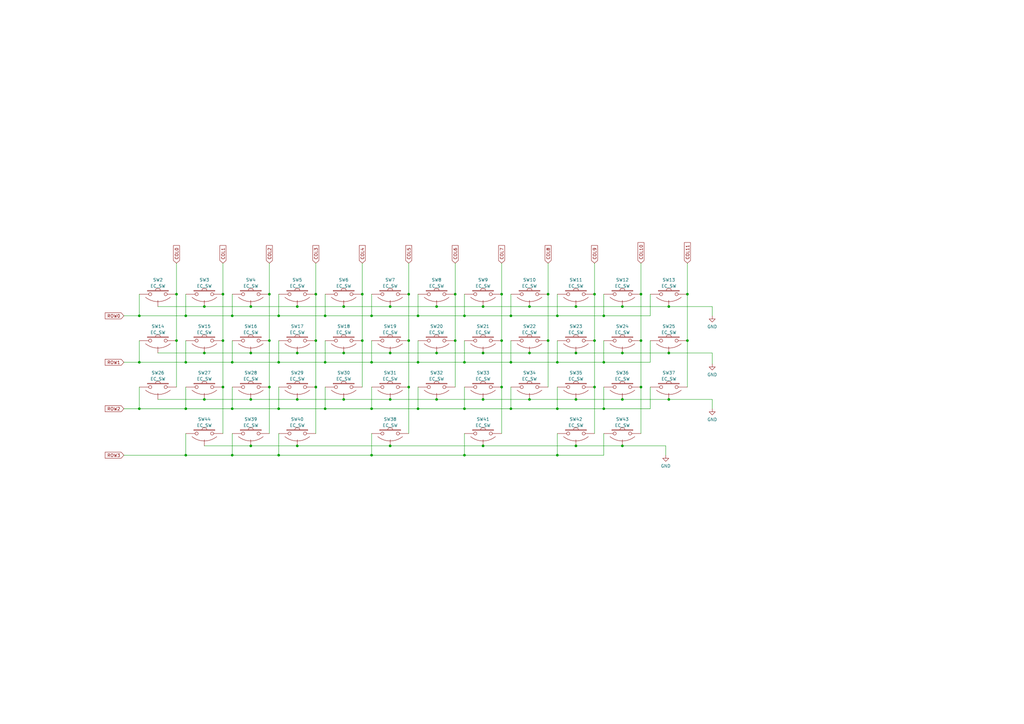
<source format=kicad_sch>
(kicad_sch (version 20211123) (generator eeschema)
  (paper "A3")
  (title_block (title "Copre") (date "2022-10-09") (rev "1") (company "Cipulot PCB Design ") (comment 2 "Cipulot"))
  (lib_symbols
    (symbol "cipulot_parts:EC_SW" (pin_numbers hide) (pin_names (offset 1.016) hide)
      (property "Reference" "SW" (at 3.81 2.794 0))
      (property "Value" "EC_SW" (at -3.81 3.81 0))
      (symbol "EC_SW_0_1"
        (arc (start -5.08 -1.27) (mid 0 -3.052) (end 5.08 -1.27))
        (rectangle (start -4.318 1.27) (end 4.318 1.524))
        (polyline (pts (xy -1.016 1.524) (xy -0.762 2.286) (xy 0.762 2.286) (xy 1.016 1.524)))
        (pin passive inverted (at -7.62 0 0) (length 5.08) (name "1") (number "1"))
        (pin passive inverted (at 7.62 0 180) (length 5.08) (name "2") (number "2"))
      )
      (symbol "EC_SW_1_1"
        (pin input line (at 0 -5.08 90) (length 2.54) (name "SG") (number "3"))
      )
    )
    (symbol "power:GND" (power) (pin_names (offset 0))
      (property "Value" "GND" (at 0 -3.81 0))
      (symbol "GND_0_1"
        (polyline (pts (xy 0 0) (xy 0 -1.27) (xy 1.27 -1.27) (xy 0 -2.54) (xy -1.27 -1.27) (xy 0 -1.27)))
      )
      (symbol "GND_1_1"
        (pin power_in line (at 0 0 270) (length 0) hide (name "GND") (number "1"))
      )
    )
  )
  (junction (at 236.22 182.88))
  (junction (at 121.92 144.78))
  (junction (at 72.39 120.65))
  (junction (at 76.2 186.69))
  (junction (at 133.35 148.59))
  (junction (at 255.27 163.83))
  (junction (at 57.15 148.59))
  (junction (at 148.59 120.65))
  (junction (at 205.74 139.7))
  (junction (at 228.6 186.69))
  (junction (at 95.25 148.59))
  (junction (at 236.22 163.83))
  (junction (at 121.92 182.88))
  (junction (at 140.97 144.78))
  (junction (at 121.92 125.73))
  (junction (at 110.49 120.65))
  (junction (at 209.55 148.59))
  (junction (at 57.15 129.54))
  (junction (at 274.32 144.78))
  (junction (at 209.55 167.64))
  (junction (at 167.64 139.7))
  (junction (at 198.12 182.88))
  (junction (at 76.2 167.64))
  (junction (at 171.45 129.54))
  (junction (at 102.87 125.73))
  (junction (at 129.54 139.7))
  (junction (at 83.82 125.73))
  (junction (at 274.32 125.73))
  (junction (at 217.17 144.78))
  (junction (at 255.27 182.88))
  (junction (at 179.07 163.83))
  (junction (at 198.12 125.73))
  (junction (at 152.4 186.69))
  (junction (at 114.3 148.59))
  (junction (at 129.54 120.65))
  (junction (at 160.02 144.78))
  (junction (at 95.25 167.64))
  (junction (at 167.64 158.75))
  (junction (at 190.5 129.54))
  (junction (at 110.49 139.7))
  (junction (at 228.6 129.54))
  (junction (at 247.65 148.59))
  (junction (at 281.94 139.7))
  (junction (at 133.35 167.64))
  (junction (at 102.87 144.78))
  (junction (at 171.45 148.59))
  (junction (at 133.35 129.54))
  (junction (at 243.84 139.7))
  (junction (at 247.65 129.54))
  (junction (at 152.4 129.54))
  (junction (at 91.44 139.7))
  (junction (at 205.74 120.65))
  (junction (at 217.17 163.83))
  (junction (at 102.87 163.83))
  (junction (at 76.2 129.54))
  (junction (at 247.65 167.64))
  (junction (at 236.22 125.73))
  (junction (at 262.89 139.7))
  (junction (at 114.3 186.69))
  (junction (at 129.54 158.75))
  (junction (at 209.55 129.54))
  (junction (at 95.25 129.54))
  (junction (at 205.74 158.75))
  (junction (at 72.39 139.7))
  (junction (at 217.17 125.73))
  (junction (at 198.12 163.83))
  (junction (at 228.6 148.59))
  (junction (at 179.07 125.73))
  (junction (at 262.89 158.75))
  (junction (at 190.5 167.64))
  (junction (at 224.79 139.7))
  (junction (at 57.15 167.64))
  (junction (at 179.07 144.78))
  (junction (at 281.94 120.65))
  (junction (at 91.44 158.75))
  (junction (at 167.64 120.65))
  (junction (at 186.69 139.7))
  (junction (at 255.27 125.73))
  (junction (at 140.97 125.73))
  (junction (at 171.45 167.64))
  (junction (at 236.22 144.78))
  (junction (at 83.82 163.83))
  (junction (at 102.87 182.88))
  (junction (at 83.82 144.78))
  (junction (at 160.02 125.73))
  (junction (at 91.44 120.65))
  (junction (at 190.5 186.69))
  (junction (at 262.89 120.65))
  (junction (at 140.97 163.83))
  (junction (at 243.84 158.75))
  (junction (at 228.6 167.64))
  (junction (at 114.3 167.64))
  (junction (at 148.59 139.7))
  (junction (at 121.92 163.83))
  (junction (at 255.27 144.78))
  (junction (at 76.2 148.59))
  (junction (at 152.4 148.59))
  (junction (at 114.3 129.54))
  (junction (at 160.02 182.88))
  (junction (at 190.5 148.59))
  (junction (at 152.4 167.64))
  (junction (at 224.79 120.65))
  (junction (at 160.02 163.83))
  (junction (at 110.49 158.75))
  (junction (at 243.84 120.65))
  (junction (at 274.32 163.83))
  (junction (at 186.69 120.65))
  (junction (at 95.25 186.69))
  (junction (at 198.12 144.78))
  (wire (pts (xy 167.64 158.75) (xy 167.64 177.8)))
  (wire (pts (xy 83.82 144.78) (xy 102.87 144.78)))
  (wire (pts (xy 190.5 129.54) (xy 209.55 129.54)))
  (wire (pts (xy 198.12 182.88) (xy 236.22 182.88)))
  (wire (pts (xy 228.6 120.65) (xy 228.6 129.54)))
  (wire (pts (xy 95.25 129.54) (xy 114.3 129.54)))
  (wire (pts (xy 121.92 125.73) (xy 140.97 125.73)))
  (wire (pts (xy 114.3 129.54) (xy 133.35 129.54)))
  (wire (pts (xy 273.05 182.88) (xy 273.05 186.69)))
  (wire (pts (xy 121.92 163.83) (xy 140.97 163.83)))
  (wire (pts (xy 224.79 120.65) (xy 224.79 139.7)))
  (wire (pts (xy 72.39 139.7) (xy 72.39 158.75)))
  (wire (pts (xy 160.02 144.78) (xy 179.07 144.78)))
  (wire (pts (xy 160.02 163.83) (xy 179.07 163.83)))
  (wire (pts (xy 140.97 163.83) (xy 160.02 163.83)))
  (wire (pts (xy 129.54 120.65) (xy 129.54 139.7)))
  (wire (pts (xy 76.2 167.64) (xy 95.25 167.64)))
  (wire (pts (xy 76.2 120.65) (xy 76.2 129.54)))
  (wire (pts (xy 50.8 167.64) (xy 57.15 167.64)))
  (wire (pts (xy 57.15 167.64) (xy 76.2 167.64)))
  (wire (pts (xy 76.2 186.69) (xy 95.25 186.69)))
  (wire (pts (xy 243.84 120.65) (xy 243.84 139.7)))
  (wire (pts (xy 57.15 148.59) (xy 76.2 148.59)))
  (wire (pts (xy 148.59 107.95) (xy 148.59 120.65)))
  (wire (pts (xy 281.94 107.95) (xy 281.94 120.65)))
  (wire (pts (xy 247.65 148.59) (xy 266.7 148.59)))
  (wire (pts (xy 114.3 167.64) (xy 133.35 167.64)))
  (wire (pts (xy 179.07 163.83) (xy 198.12 163.83)))
  (wire (pts (xy 171.45 167.64) (xy 190.5 167.64)))
  (wire (pts (xy 83.82 125.73) (xy 102.87 125.73)))
  (wire (pts (xy 102.87 144.78) (xy 121.92 144.78)))
  (wire (pts (xy 247.65 139.7) (xy 247.65 148.59)))
  (wire (pts (xy 236.22 144.78) (xy 255.27 144.78)))
  (wire (pts (xy 171.45 120.65) (xy 171.45 129.54)))
  (wire (pts (xy 152.4 186.69) (xy 190.5 186.69)))
  (wire (pts (xy 190.5 158.75) (xy 190.5 167.64)))
  (wire (pts (xy 167.64 139.7) (xy 167.64 158.75)))
  (wire (pts (xy 243.84 107.95) (xy 243.84 120.65)))
  (wire (pts (xy 236.22 163.83) (xy 255.27 163.83)))
  (wire (pts (xy 243.84 139.7) (xy 243.84 158.75)))
  (wire (pts (xy 281.94 139.7) (xy 281.94 158.75)))
  (wire (pts (xy 198.12 144.78) (xy 217.17 144.78)))
  (wire (pts (xy 228.6 186.69) (xy 247.65 186.69)))
  (wire (pts (xy 110.49 120.65) (xy 110.49 139.7)))
  (wire (pts (xy 72.39 120.65) (xy 72.39 139.7)))
  (wire (pts (xy 281.94 120.65) (xy 281.94 139.7)))
  (wire (pts (xy 148.59 120.65) (xy 148.59 139.7)))
  (wire (pts (xy 72.39 107.95) (xy 72.39 120.65)))
  (wire (pts (xy 110.49 139.7) (xy 110.49 158.75)))
  (wire (pts (xy 205.74 158.75) (xy 205.74 177.8)))
  (wire (pts (xy 114.3 186.69) (xy 152.4 186.69)))
  (wire (pts (xy 274.32 163.83) (xy 292.1 163.83)))
  (wire (pts (xy 247.65 129.54) (xy 266.7 129.54)))
  (wire (pts (xy 133.35 167.64) (xy 152.4 167.64)))
  (wire (pts (xy 171.45 158.75) (xy 171.45 167.64)))
  (wire (pts (xy 190.5 186.69) (xy 228.6 186.69)))
  (wire (pts (xy 152.4 120.65) (xy 152.4 129.54)))
  (wire (pts (xy 209.55 158.75) (xy 209.55 167.64)))
  (wire (pts (xy 57.15 120.65) (xy 57.15 129.54)))
  (wire (pts (xy 50.8 186.69) (xy 76.2 186.69)))
  (wire (pts (xy 102.87 163.83) (xy 121.92 163.83)))
  (wire (pts (xy 57.15 139.7) (xy 57.15 148.59)))
  (wire (pts (xy 129.54 107.95) (xy 129.54 120.65)))
  (wire (pts (xy 190.5 139.7) (xy 190.5 148.59)))
  (wire (pts (xy 133.35 129.54) (xy 152.4 129.54)))
  (wire (pts (xy 217.17 125.73) (xy 236.22 125.73)))
  (wire (pts (xy 114.3 148.59) (xy 133.35 148.59)))
  (wire (pts (xy 171.45 139.7) (xy 171.45 148.59)))
  (wire (pts (xy 129.54 139.7) (xy 129.54 158.75)))
  (wire (pts (xy 133.35 148.59) (xy 152.4 148.59)))
  (wire (pts (xy 274.32 125.73) (xy 292.1 125.73)))
  (wire (pts (xy 64.77 144.78) (xy 83.82 144.78)))
  (wire (pts (xy 110.49 158.75) (xy 110.49 177.8)))
  (wire (pts (xy 91.44 139.7) (xy 91.44 158.75)))
  (wire (pts (xy 228.6 129.54) (xy 247.65 129.54)))
  (wire (pts (xy 57.15 129.54) (xy 76.2 129.54)))
  (wire (pts (xy 95.25 167.64) (xy 114.3 167.64)))
  (wire (pts (xy 255.27 163.83) (xy 274.32 163.83)))
  (wire (pts (xy 171.45 148.59) (xy 190.5 148.59)))
  (wire (pts (xy 95.25 186.69) (xy 114.3 186.69)))
  (wire (pts (xy 133.35 120.65) (xy 133.35 129.54)))
  (wire (pts (xy 198.12 125.73) (xy 217.17 125.73)))
  (wire (pts (xy 91.44 120.65) (xy 91.44 139.7)))
  (wire (pts (xy 121.92 182.88) (xy 160.02 182.88)))
  (wire (pts (xy 255.27 125.73) (xy 274.32 125.73)))
  (wire (pts (xy 83.82 182.88) (xy 102.87 182.88)))
  (wire (pts (xy 95.25 148.59) (xy 114.3 148.59)))
  (wire (pts (xy 152.4 129.54) (xy 171.45 129.54)))
  (wire (pts (xy 140.97 144.78) (xy 160.02 144.78)))
  (wire (pts (xy 198.12 163.83) (xy 217.17 163.83)))
  (wire (pts (xy 186.69 107.95) (xy 186.69 120.65)))
  (wire (pts (xy 262.89 120.65) (xy 262.89 139.7)))
  (wire (pts (xy 95.25 177.8) (xy 95.25 186.69)))
  (wire (pts (xy 129.54 158.75) (xy 129.54 177.8)))
  (wire (pts (xy 114.3 177.8) (xy 114.3 186.69)))
  (wire (pts (xy 64.77 163.83) (xy 83.82 163.83)))
  (wire (pts (xy 50.8 148.59) (xy 57.15 148.59)))
  (wire (pts (xy 110.49 107.95) (xy 110.49 120.65)))
  (wire (pts (xy 266.7 158.75) (xy 266.7 167.64)))
  (wire (pts (xy 262.89 139.7) (xy 262.89 158.75)))
  (wire (pts (xy 50.8 129.54) (xy 57.15 129.54)))
  (wire (pts (xy 186.69 120.65) (xy 186.69 139.7)))
  (wire (pts (xy 205.74 120.65) (xy 205.74 139.7)))
  (wire (pts (xy 91.44 107.95) (xy 91.44 120.65)))
  (wire (pts (xy 133.35 158.75) (xy 133.35 167.64)))
  (wire (pts (xy 102.87 182.88) (xy 121.92 182.88)))
  (wire (pts (xy 95.25 139.7) (xy 95.25 148.59)))
  (wire (pts (xy 83.82 163.83) (xy 102.87 163.83)))
  (wire (pts (xy 95.25 158.75) (xy 95.25 167.64)))
  (wire (pts (xy 133.35 139.7) (xy 133.35 148.59)))
  (wire (pts (xy 255.27 182.88) (xy 273.05 182.88)))
  (wire (pts (xy 190.5 177.8) (xy 190.5 186.69)))
  (wire (pts (xy 121.92 144.78) (xy 140.97 144.78)))
  (wire (pts (xy 228.6 177.8) (xy 228.6 186.69)))
  (wire (pts (xy 262.89 107.95) (xy 262.89 120.65)))
  (wire (pts (xy 209.55 148.59) (xy 228.6 148.59)))
  (wire (pts (xy 247.65 120.65) (xy 247.65 129.54)))
  (wire (pts (xy 64.77 125.73) (xy 83.82 125.73)))
  (wire (pts (xy 152.4 177.8) (xy 152.4 186.69)))
  (wire (pts (xy 228.6 158.75) (xy 228.6 167.64)))
  (wire (pts (xy 167.64 120.65) (xy 167.64 139.7)))
  (wire (pts (xy 160.02 125.73) (xy 179.07 125.73)))
  (wire (pts (xy 228.6 167.64) (xy 247.65 167.64)))
  (wire (pts (xy 148.59 139.7) (xy 148.59 158.75)))
  (wire (pts (xy 186.69 139.7) (xy 186.69 158.75)))
  (wire (pts (xy 247.65 167.64) (xy 266.7 167.64)))
  (wire (pts (xy 266.7 139.7) (xy 266.7 148.59)))
  (wire (pts (xy 228.6 139.7) (xy 228.6 148.59)))
  (wire (pts (xy 57.15 158.75) (xy 57.15 167.64)))
  (wire (pts (xy 152.4 167.64) (xy 171.45 167.64)))
  (wire (pts (xy 292.1 163.83) (xy 292.1 167.64)))
  (wire (pts (xy 190.5 167.64) (xy 209.55 167.64)))
  (wire (pts (xy 114.3 158.75) (xy 114.3 167.64)))
  (wire (pts (xy 236.22 125.73) (xy 255.27 125.73)))
  (wire (pts (xy 152.4 158.75) (xy 152.4 167.64)))
  (wire (pts (xy 247.65 177.8) (xy 247.65 186.69)))
  (wire (pts (xy 140.97 125.73) (xy 160.02 125.73)))
  (wire (pts (xy 76.2 177.8) (xy 76.2 186.69)))
  (wire (pts (xy 209.55 139.7) (xy 209.55 148.59)))
  (wire (pts (xy 102.87 125.73) (xy 121.92 125.73)))
  (wire (pts (xy 205.74 107.95) (xy 205.74 120.65)))
  (wire (pts (xy 114.3 120.65) (xy 114.3 129.54)))
  (wire (pts (xy 236.22 182.88) (xy 255.27 182.88)))
  (wire (pts (xy 160.02 182.88) (xy 198.12 182.88)))
  (wire (pts (xy 262.89 158.75) (xy 262.89 177.8)))
  (wire (pts (xy 76.2 158.75) (xy 76.2 167.64)))
  (wire (pts (xy 217.17 144.78) (xy 236.22 144.78)))
  (wire (pts (xy 190.5 148.59) (xy 209.55 148.59)))
  (wire (pts (xy 224.79 107.95) (xy 224.79 120.65)))
  (wire (pts (xy 224.79 139.7) (xy 224.79 158.75)))
  (wire (pts (xy 292.1 125.73) (xy 292.1 129.54)))
  (wire (pts (xy 179.07 125.73) (xy 198.12 125.73)))
  (wire (pts (xy 228.6 148.59) (xy 247.65 148.59)))
  (wire (pts (xy 95.25 120.65) (xy 95.25 129.54)))
  (wire (pts (xy 179.07 144.78) (xy 198.12 144.78)))
  (wire (pts (xy 76.2 129.54) (xy 95.25 129.54)))
  (wire (pts (xy 274.32 144.78) (xy 292.1 144.78)))
  (wire (pts (xy 217.17 163.83) (xy 236.22 163.83)))
  (wire (pts (xy 167.64 107.95) (xy 167.64 120.65)))
  (wire (pts (xy 209.55 167.64) (xy 228.6 167.64)))
  (wire (pts (xy 76.2 139.7) (xy 76.2 148.59)))
  (wire (pts (xy 209.55 120.65) (xy 209.55 129.54)))
  (wire (pts (xy 205.74 139.7) (xy 205.74 158.75)))
  (wire (pts (xy 255.27 144.78) (xy 274.32 144.78)))
  (wire (pts (xy 152.4 148.59) (xy 171.45 148.59)))
  (wire (pts (xy 171.45 129.54) (xy 190.5 129.54)))
  (wire (pts (xy 76.2 148.59) (xy 95.25 148.59)))
  (wire (pts (xy 91.44 158.75) (xy 91.44 177.8)))
  (wire (pts (xy 152.4 139.7) (xy 152.4 148.59)))
  (wire (pts (xy 114.3 139.7) (xy 114.3 148.59)))
  (wire (pts (xy 292.1 144.78) (xy 292.1 149.225)))
  (wire (pts (xy 209.55 129.54) (xy 228.6 129.54)))
  (wire (pts (xy 247.65 158.75) (xy 247.65 167.64)))
  (wire (pts (xy 190.5 120.65) (xy 190.5 129.54)))
  (wire (pts (xy 266.7 120.65) (xy 266.7 129.54)))
  (wire (pts (xy 243.84 158.75) (xy 243.84 177.8)))
  (global_label "COL9" (shape input) (at 243.84 107.95 90) (property "Intersheet References" "${INTERSHEET_REFS}" (effects hide)))
  (global_label "COL10" (shape input) (at 262.89 107.95 90) (property "Intersheet References" "${INTERSHEET_REFS}" (effects hide)))
  (global_label "COL0" (shape input) (at 72.39 107.95 90) (property "Intersheet References" "${INTERSHEET_REFS}" (effects hide)))
  (global_label "COL1" (shape input) (at 91.44 107.95 90) (property "Intersheet References" "${INTERSHEET_REFS}" (effects hide)))
  (global_label "ROW0" (shape input) (at 50.8 129.54 180) (property "Intersheet References" "${INTERSHEET_REFS}" (effects hide)))
  (global_label "COL6" (shape input) (at 186.69 107.95 90) (property "Intersheet References" "${INTERSHEET_REFS}" (effects hide)))
  (global_label "COL4" (shape input) (at 148.59 107.95 90) (property "Intersheet References" "${INTERSHEET_REFS}" (effects hide)))
  (global_label "ROW1" (shape input) (at 50.8 148.59 180) (property "Intersheet References" "${INTERSHEET_REFS}" (effects hide)))
  (global_label "COL8" (shape input) (at 224.79 107.95 90) (property "Intersheet References" "${INTERSHEET_REFS}" (effects hide)))
  (global_label "COL7" (shape input) (at 205.74 107.95 90) (property "Intersheet References" "${INTERSHEET_REFS}" (effects hide)))
  (global_label "COL11" (shape input) (at 281.94 107.95 90) (property "Intersheet References" "${INTERSHEET_REFS}" (effects hide)))
  (global_label "COL3" (shape input) (at 129.54 107.95 90) (property "Intersheet References" "${INTERSHEET_REFS}" (effects hide)))
  (global_label "COL5" (shape input) (at 167.64 107.95 90) (property "Intersheet References" "${INTERSHEET_REFS}" (effects hide)))
  (global_label "ROW2" (shape input) (at 50.8 167.64 180) (property "Intersheet References" "${INTERSHEET_REFS}" (effects hide)))
  (global_label "COL2" (shape input) (at 110.49 107.95 90) (property "Intersheet References" "${INTERSHEET_REFS}" (effects hide)))
  (global_label "ROW3" (shape input) (at 50.8 186.69 180) (property "Intersheet References" "${INTERSHEET_REFS}" (effects hide)))
  (symbol (lib_id "cipulot_parts:EC_SW") (at 217.17 139.7 0) (unit 1)
    (property "Reference" "SW22" (at 217.17 133.8412 0))
    (property "Value" "EC_SW" (at 217.17 136.3781 0))
    (property "Footprint" "cipulot_parts:ecs_pad_no_ring" (effects hide))
  )
  (symbol (lib_id "cipulot_parts:EC_SW") (at 274.32 139.7 0) (unit 1)
    (property "Reference" "SW25" (at 274.32 133.8412 0))
    (property "Value" "EC_SW" (at 274.32 136.3781 0))
    (property "Footprint" "cipulot_parts:ecs_pad_no_ring" (effects hide))
  )
  (symbol (lib_id "cipulot_parts:EC_SW") (at 236.22 139.7 0) (unit 1)
    (property "Reference" "SW23" (at 236.22 133.8412 0))
    (property "Value" "EC_SW" (at 236.22 136.3781 0))
    (property "Footprint" "cipulot_parts:ecs_pad_no_ring" (effects hide))
  )
  (symbol (lib_id "power:GND") (at 292.1 129.54 0) (unit 1)
    (property "Reference" "#PWR0103" (effects hide))
    (property "Value" "GND" (at 292.1 133.9834 0))
  )
  (symbol (lib_id "cipulot_parts:EC_SW") (at 179.07 120.65 0) (unit 1)
    (property "Reference" "SW8" (at 179.07 114.7912 0))
    (property "Value" "EC_SW" (at 179.07 117.3281 0))
    (property "Footprint" "cipulot_parts:ecs_pad_no_ring" (effects hide))
  )
  (symbol (lib_id "cipulot_parts:EC_SW") (at 102.87 139.7 0) (unit 1)
    (property "Reference" "SW16" (at 102.87 133.8412 0))
    (property "Value" "EC_SW" (at 102.87 136.3781 0))
    (property "Footprint" "cipulot_parts:ecs_pad_no_ring" (effects hide))
  )
  (symbol (lib_id "cipulot_parts:EC_SW") (at 274.32 158.75 0) (unit 1)
    (property "Reference" "SW37" (at 274.32 152.8912 0))
    (property "Value" "EC_SW" (at 274.32 155.4281 0))
    (property "Footprint" "cipulot_parts:ecs_pad_no_ring" (effects hide))
  )
  (symbol (lib_id "cipulot_parts:EC_SW") (at 140.97 120.65 0) (unit 1)
    (property "Reference" "SW6" (at 140.97 114.7912 0))
    (property "Value" "EC_SW" (at 140.97 117.3281 0))
    (property "Footprint" "cipulot_parts:ecs_pad_no_ring" (effects hide))
  )
  (symbol (lib_id "cipulot_parts:EC_SW") (at 198.12 120.65 0) (unit 1)
    (property "Reference" "SW9" (at 198.12 114.7912 0))
    (property "Value" "EC_SW" (at 198.12 117.3281 0))
    (property "Footprint" "cipulot_parts:ecs_pad_no_ring" (effects hide))
  )
  (symbol (lib_id "cipulot_parts:EC_SW") (at 83.82 158.75 0) (unit 1)
    (property "Reference" "SW27" (at 83.82 152.8912 0))
    (property "Value" "EC_SW" (at 83.82 155.4281 0))
    (property "Footprint" "cipulot_parts:ecs_pad_no_ring" (effects hide))
  )
  (symbol (lib_id "cipulot_parts:EC_SW") (at 255.27 120.65 0) (unit 1)
    (property "Reference" "SW12" (at 255.27 114.7912 0))
    (property "Value" "EC_SW" (at 255.27 117.3281 0))
    (property "Footprint" "cipulot_parts:ecs_pad_no_ring" (effects hide))
  )
  (symbol (lib_id "cipulot_parts:EC_SW") (at 255.27 158.75 0) (unit 1)
    (property "Reference" "SW36" (at 255.27 152.8912 0))
    (property "Value" "EC_SW" (at 255.27 155.4281 0))
    (property "Footprint" "cipulot_parts:ecs_pad_no_ring" (effects hide))
  )
  (symbol (lib_id "cipulot_parts:EC_SW") (at 274.32 120.65 0) (unit 1)
    (property "Reference" "SW13" (at 274.32 114.7912 0))
    (property "Value" "EC_SW" (at 274.32 117.3281 0))
    (property "Footprint" "cipulot_parts:ecs_pad_no_ring" (effects hide))
  )
  (symbol (lib_id "cipulot_parts:EC_SW") (at 102.87 177.8 0) (unit 1)
    (property "Reference" "SW39" (at 102.87 171.9412 0))
    (property "Value" "EC_SW" (at 102.87 174.4781 0))
    (property "Footprint" "cipulot_parts:ecs_pad_no_ring" (effects hide))
  )
  (symbol (lib_id "cipulot_parts:EC_SW") (at 160.02 120.65 0) (unit 1)
    (property "Reference" "SW7" (at 160.02 114.7912 0))
    (property "Value" "EC_SW" (at 160.02 117.3281 0))
    (property "Footprint" "cipulot_parts:ecs_pad_no_ring" (effects hide))
  )
  (symbol (lib_id "cipulot_parts:EC_SW") (at 198.12 139.7 0) (unit 1)
    (property "Reference" "SW21" (at 198.12 133.8412 0))
    (property "Value" "EC_SW" (at 198.12 136.3781 0))
    (property "Footprint" "cipulot_parts:ecs_pad_no_ring" (effects hide))
  )
  (symbol (lib_id "cipulot_parts:EC_SW") (at 64.77 120.65 0) (unit 1)
    (property "Reference" "SW2" (at 64.77 114.7912 0))
    (property "Value" "EC_SW" (at 64.77 117.3281 0))
    (property "Footprint" "cipulot_parts:ecs_pad_no_ring" (effects hide))
  )
  (symbol (lib_id "cipulot_parts:EC_SW") (at 83.82 120.65 0) (unit 1)
    (property "Reference" "SW3" (at 83.82 114.7912 0))
    (property "Value" "EC_SW" (at 83.82 117.3281 0))
    (property "Footprint" "cipulot_parts:ecs_pad_no_ring" (effects hide))
  )
  (symbol (lib_id "cipulot_parts:EC_SW") (at 83.82 139.7 0) (unit 1)
    (property "Reference" "SW15" (at 83.82 133.8412 0))
    (property "Value" "EC_SW" (at 83.82 136.3781 0))
    (property "Footprint" "cipulot_parts:ecs_pad_no_ring" (effects hide))
  )
  (symbol (lib_id "power:GND") (at 273.05 186.69 0) (unit 1)
    (property "Reference" "#PWR0104" (effects hide))
    (property "Value" "GND" (at 273.05 191.1334 0))
  )
  (symbol (lib_id "cipulot_parts:EC_SW") (at 121.92 158.75 0) (unit 1)
    (property "Reference" "SW29" (at 121.92 152.8912 0))
    (property "Value" "EC_SW" (at 121.92 155.4281 0))
    (property "Footprint" "cipulot_parts:ecs_pad_no_ring" (effects hide))
  )
  (symbol (lib_id "power:GND") (at 292.1 149.225 0) (unit 1)
    (property "Reference" "#PWR0102" (effects hide))
    (property "Value" "GND" (at 292.1 153.6684 0))
  )
  (symbol (lib_id "cipulot_parts:EC_SW") (at 140.97 139.7 0) (unit 1)
    (property "Reference" "SW18" (at 140.97 133.8412 0))
    (property "Value" "EC_SW" (at 140.97 136.3781 0))
    (property "Footprint" "cipulot_parts:ecs_pad_no_ring" (effects hide))
  )
  (symbol (lib_id "cipulot_parts:EC_SW") (at 179.07 139.7 0) (unit 1)
    (property "Reference" "SW20" (at 179.07 133.8412 0))
    (property "Value" "EC_SW" (at 179.07 136.3781 0))
    (property "Footprint" "cipulot_parts:ecs_pad_no_ring" (effects hide))
  )
  (symbol (lib_id "cipulot_parts:EC_SW") (at 198.12 158.75 0) (unit 1)
    (property "Reference" "SW33" (at 198.12 152.8912 0))
    (property "Value" "EC_SW" (at 198.12 155.4281 0))
    (property "Footprint" "cipulot_parts:ecs_pad_no_ring" (effects hide))
  )
  (symbol (lib_id "cipulot_parts:EC_SW") (at 140.97 158.75 0) (unit 1)
    (property "Reference" "SW30" (at 140.97 152.8912 0))
    (property "Value" "EC_SW" (at 140.97 155.4281 0))
    (property "Footprint" "cipulot_parts:ecs_pad_no_ring" (effects hide))
  )
  (symbol (lib_id "cipulot_parts:EC_SW") (at 102.87 120.65 0) (unit 1)
    (property "Reference" "SW4" (at 102.87 114.7912 0))
    (property "Value" "EC_SW" (at 102.87 117.3281 0))
    (property "Footprint" "cipulot_parts:ecs_pad_no_ring" (effects hide))
  )
  (symbol (lib_id "cipulot_parts:EC_SW") (at 83.82 177.8 0) (mirror y) (unit 1)
    (property "Reference" "SW44" (at 83.82 171.9412 0))
    (property "Value" "EC_SW" (at 83.82 174.4781 0))
    (property "Footprint" "cipulot_parts:ecs_pad_no_ring_stepped&normal" (effects hide))
  )
  (symbol (lib_id "cipulot_parts:EC_SW") (at 64.77 139.7 0) (unit 1)
    (property "Reference" "SW14" (at 64.77 133.8412 0))
    (property "Value" "EC_SW" (at 64.77 136.3781 0))
    (property "Footprint" "cipulot_parts:ecs_pad_no_ring" (effects hide))
  )
  (symbol (lib_id "cipulot_parts:EC_SW") (at 121.92 177.8 0) (unit 1)
    (property "Reference" "SW40" (at 121.92 171.9412 0))
    (property "Value" "EC_SW" (at 121.92 174.4781 0))
    (property "Footprint" "cipulot_parts:ecs_pad_no_ring" (effects hide))
  )
  (symbol (lib_id "cipulot_parts:EC_SW") (at 236.22 120.65 0) (unit 1)
    (property "Reference" "SW11" (at 236.22 114.7912 0))
    (property "Value" "EC_SW" (at 236.22 117.3281 0))
    (property "Footprint" "cipulot_parts:ecs_pad_no_ring" (effects hide))
  )
  (symbol (lib_id "cipulot_parts:EC_SW") (at 64.77 158.75 0) (unit 1)
    (property "Reference" "SW26" (at 64.77 152.8912 0))
    (property "Value" "EC_SW" (at 64.77 155.4281 0))
    (property "Footprint" "cipulot_parts:ecs_pad_no_ring" (effects hide))
  )
  (symbol (lib_id "cipulot_parts:EC_SW") (at 121.92 120.65 0) (unit 1)
    (property "Reference" "SW5" (at 121.92 114.7912 0))
    (property "Value" "EC_SW" (at 121.92 117.3281 0))
    (property "Footprint" "cipulot_parts:ecs_pad_no_ring" (effects hide))
  )
  (symbol (lib_id "cipulot_parts:EC_SW") (at 160.02 177.8 0) (unit 1)
    (property "Reference" "SW38" (at 160.02 171.9412 0))
    (property "Value" "EC_SW" (at 160.02 174.4781 0))
    (property "Footprint" "cipulot_parts:ecs_pad_no_ring" (effects hide))
  )
  (symbol (lib_id "cipulot_parts:EC_SW") (at 102.87 158.75 0) (unit 1)
    (property "Reference" "SW28" (at 102.87 152.8912 0))
    (property "Value" "EC_SW" (at 102.87 155.4281 0))
    (property "Footprint" "cipulot_parts:ecs_pad_no_ring" (effects hide))
  )
  (symbol (lib_id "power:GND") (at 292.1 167.64 0) (unit 1)
    (property "Reference" "#PWR0101" (effects hide))
    (property "Value" "GND" (at 292.1 172.0834 0))
  )
  (symbol (lib_id "cipulot_parts:EC_SW") (at 121.92 139.7 0) (unit 1)
    (property "Reference" "SW17" (at 121.92 133.8412 0))
    (property "Value" "EC_SW" (at 121.92 136.3781 0))
    (property "Footprint" "cipulot_parts:ecs_pad_no_ring" (effects hide))
  )
  (symbol (lib_id "cipulot_parts:EC_SW") (at 198.12 177.8 0) (unit 1)
    (property "Reference" "SW41" (at 198.12 171.9412 0))
    (property "Value" "EC_SW" (at 198.12 174.4781 0))
    (property "Footprint" "cipulot_parts:ecs_pad_no_ring" (effects hide))
  )
  (symbol (lib_id "cipulot_parts:EC_SW") (at 236.22 158.75 0) (unit 1)
    (property "Reference" "SW35" (at 236.22 152.8912 0))
    (property "Value" "EC_SW" (at 236.22 155.4281 0))
    (property "Footprint" "cipulot_parts:ecs_pad_no_ring" (effects hide))
  )
  (symbol (lib_id "cipulot_parts:EC_SW") (at 217.17 120.65 0) (unit 1)
    (property "Reference" "SW10" (at 217.17 114.7912 0))
    (property "Value" "EC_SW" (at 217.17 117.3281 0))
    (property "Footprint" "cipulot_parts:ecs_pad_no_ring" (effects hide))
  )
  (symbol (lib_id "cipulot_parts:EC_SW") (at 179.07 158.75 0) (unit 1)
    (property "Reference" "SW32" (at 179.07 152.8912 0))
    (property "Value" "EC_SW" (at 179.07 155.4281 0))
    (property "Footprint" "cipulot_parts:ecs_pad_no_ring" (effects hide))
  )
  (symbol (lib_id "cipulot_parts:EC_SW") (at 160.02 139.7 0) (unit 1)
    (property "Reference" "SW19" (at 160.02 133.8412 0))
    (property "Value" "EC_SW" (at 160.02 136.3781 0))
    (property "Footprint" "cipulot_parts:ecs_pad_no_ring" (effects hide))
  )
  (symbol (lib_id "cipulot_parts:EC_SW") (at 236.22 177.8 0) (unit 1)
    (property "Reference" "SW42" (at 236.22 171.9412 0))
    (property "Value" "EC_SW" (at 236.22 174.4781 0))
    (property "Footprint" "cipulot_parts:ecs_pad_no_ring" (effects hide))
  )
  (symbol (lib_id "cipulot_parts:EC_SW") (at 255.27 139.7 0) (unit 1)
    (property "Reference" "SW24" (at 255.27 133.8412 0))
    (property "Value" "EC_SW" (at 255.27 136.3781 0))
    (property "Footprint" "cipulot_parts:ecs_pad_no_ring" (effects hide))
  )
  (symbol (lib_id "cipulot_parts:EC_SW") (at 217.17 158.75 0) (unit 1)
    (property "Reference" "SW34" (at 217.17 152.8912 0))
    (property "Value" "EC_SW" (at 217.17 155.4281 0))
    (property "Footprint" "cipulot_parts:ecs_pad_no_ring" (effects hide))
  )
  (symbol (lib_id "cipulot_parts:EC_SW") (at 255.27 177.8 0) (mirror y) (unit 1)
    (property "Reference" "SW43" (at 255.27 171.9412 0))
    (property "Value" "EC_SW" (at 255.27 174.4781 0))
    (property "Footprint" "cipulot_parts:ecs_pad_no_ring_stepped&normal" (effects hide))
  )
  (symbol (lib_id "cipulot_parts:EC_SW") (at 160.02 158.75 0) (unit 1)
    (property "Reference" "SW31" (at 160.02 152.8912 0))
    (property "Value" "EC_SW" (at 160.02 155.4281 0))
    (property "Footprint" "cipulot_parts:ecs_pad_no_ring" (effects hide))
  )
)
</source>
